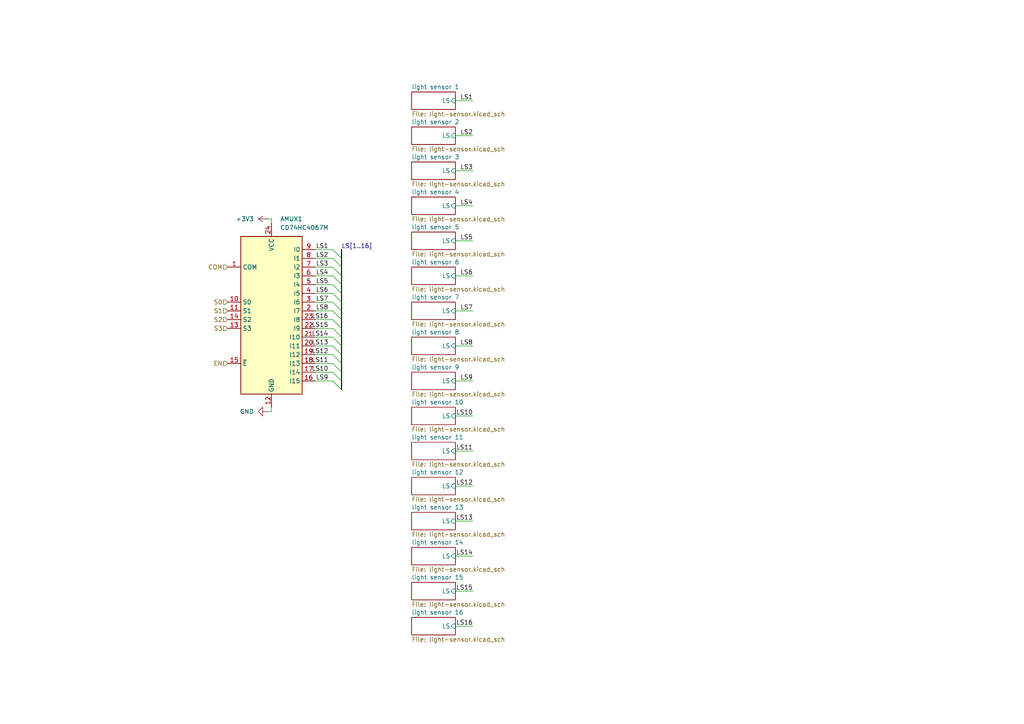
<source format=kicad_sch>
(kicad_sch (version 20231120) (generator "eeschema") (generator_version "8.0")
  (paper "A4")
  (lib_symbols
    (symbol "74xx:CD74HC4067M"
      (property "Reference" "U" (at -8.89 22.86 0))
      (property "Value" "CD74HC4067M" (at 1.27 22.86 0))
      (symbol "CD74HC4067M_0_1"
        (rectangle (start -8.89 21.59) (end 8.89 -24.13) (stroke (width 0.254)) (fill (type background)))
      )
      (symbol "CD74HC4067M_1_1"
        (pin passive line (at -12.7 12.7 0) (length 3.81) (name "COM") (number "1"))
        (pin input line (at -12.7 2.54 0) (length 3.81) (name "S0") (number "10"))
        (pin input line (at -12.7 0 0) (length 3.81) (name "S1") (number "11"))
        (pin power_in line (at 0 -27.94 90) (length 3.81) (name "GND") (number "12"))
        (pin input line (at -12.7 -5.08 0) (length 3.81) (name "S3") (number "13"))
        (pin input line (at -12.7 -2.54 0) (length 3.81) (name "S2") (number "14"))
        (pin input line (at -12.7 -15.24 0) (length 3.81) (name "~{E}") (number "15"))
        (pin passive line (at 12.7 -20.32 180) (length 3.81) (name "I15") (number "16"))
        (pin passive line (at 12.7 -17.78 180) (length 3.81) (name "I14") (number "17"))
        (pin passive line (at 12.7 -15.24 180) (length 3.81) (name "I13") (number "18"))
        (pin passive line (at 12.7 -12.7 180) (length 3.81) (name "I12") (number "19"))
        (pin passive line (at 12.7 0 180) (length 3.81) (name "I7") (number "2"))
        (pin passive line (at 12.7 -10.16 180) (length 3.81) (name "I11") (number "20"))
        (pin passive line (at 12.7 -7.62 180) (length 3.81) (name "I10") (number "21"))
        (pin passive line (at 12.7 -5.08 180) (length 3.81) (name "I9") (number "22"))
        (pin passive line (at 12.7 -2.54 180) (length 3.81) (name "I8") (number "23"))
        (pin power_in line (at 0 25.4 270) (length 3.81) (name "VCC") (number "24"))
        (pin passive line (at 12.7 2.54 180) (length 3.81) (name "I6") (number "3"))
        (pin passive line (at 12.7 5.08 180) (length 3.81) (name "I5") (number "4"))
        (pin passive line (at 12.7 7.62 180) (length 3.81) (name "I4") (number "5"))
        (pin passive line (at 12.7 10.16 180) (length 3.81) (name "I3") (number "6"))
        (pin passive line (at 12.7 12.7 180) (length 3.81) (name "I2") (number "7"))
        (pin passive line (at 12.7 15.24 180) (length 3.81) (name "I1") (number "8"))
        (pin passive line (at 12.7 17.78 180) (length 3.81) (name "I0") (number "9"))
      )
    )
    (symbol "power:+3.3V" (power) (pin_numbers hide) (pin_names (offset 0) hide)
      (property "Value" "+3.3V" (at 0 3.556 0))
      (symbol "+3.3V_0_1"
        (polyline (pts (xy -0.762 1.27) (xy 0 2.54)))
        (polyline (pts (xy 0 0) (xy 0 2.54)))
        (polyline (pts (xy 0 2.54) (xy 0.762 1.27)))
      )
      (symbol "+3.3V_1_1"
        (pin power_in line (at 0 0 90) (length 0) (name "~") (number "1"))
      )
    )
    (symbol "power:GND" (power) (pin_numbers hide) (pin_names (offset 0) hide)
      (property "Value" "GND" (at 0 -3.81 0))
      (symbol "GND_0_1"
        (polyline (pts (xy 0 0) (xy 0 -1.27) (xy 1.27 -1.27) (xy 0 -2.54) (xy -1.27 -1.27) (xy 0 -1.27)))
      )
      (symbol "GND_1_1"
        (pin power_in line (at 0 0 270) (length 0) (name "~") (number "1"))
      )
    )
  )
  (bus_entry (at 96.52 102.87) (size 2.54 2.54))
  (bus_entry (at 96.52 105.41) (size 2.54 2.54))
  (bus_entry (at 96.52 110.49) (size 2.54 2.54))
  (bus_entry (at 96.52 97.79) (size 2.54 2.54))
  (bus_entry (at 96.52 92.71) (size 2.54 2.54))
  (bus_entry (at 96.52 74.93) (size 2.54 2.54))
  (bus_entry (at 96.52 82.55) (size 2.54 2.54))
  (bus_entry (at 96.52 72.39) (size 2.54 2.54))
  (bus_entry (at 96.52 85.09) (size 2.54 2.54))
  (bus_entry (at 96.52 80.01) (size 2.54 2.54))
  (bus_entry (at 96.52 107.95) (size 2.54 2.54))
  (bus_entry (at 96.52 100.33) (size 2.54 2.54))
  (bus_entry (at 96.52 95.25) (size 2.54 2.54))
  (bus_entry (at 96.52 77.47) (size 2.54 2.54))
  (bus_entry (at 96.52 87.63) (size 2.54 2.54))
  (bus_entry (at 96.52 90.17) (size 2.54 2.54))
  (bus (pts (xy 99.06 97.79) (xy 99.06 100.33)))
  (bus (pts (xy 99.06 102.87) (xy 99.06 105.41)))
  (wire (pts (xy 91.44 95.25) (xy 96.52 95.25)))
  (bus (pts (xy 99.06 100.33) (xy 99.06 102.87)))
  (wire (pts (xy 132.08 69.85) (xy 137.16 69.85)))
  (wire (pts (xy 132.08 90.17) (xy 137.16 90.17)))
  (wire (pts (xy 132.08 29.21) (xy 137.16 29.21)))
  (wire (pts (xy 132.08 171.45) (xy 137.16 171.45)))
  (wire (pts (xy 91.44 102.87) (xy 96.52 102.87)))
  (wire (pts (xy 132.08 110.49) (xy 137.16 110.49)))
  (wire (pts (xy 91.44 92.71) (xy 96.52 92.71)))
  (wire (pts (xy 91.44 100.33) (xy 96.52 100.33)))
  (bus (pts (xy 99.06 95.25) (xy 99.06 97.79)))
  (wire (pts (xy 132.08 49.53) (xy 137.16 49.53)))
  (bus (pts (xy 99.06 87.63) (xy 99.06 90.17)))
  (wire (pts (xy 91.44 85.09) (xy 96.52 85.09)))
  (wire (pts (xy 91.44 77.47) (xy 96.52 77.47)))
  (bus (pts (xy 99.06 107.95) (xy 99.06 110.49)))
  (wire (pts (xy 78.74 119.38) (xy 78.74 118.11)))
  (bus (pts (xy 99.06 105.41) (xy 99.06 107.95)))
  (wire (pts (xy 132.08 130.81) (xy 137.16 130.81)))
  (wire (pts (xy 132.08 151.13) (xy 137.16 151.13)))
  (bus (pts (xy 99.06 72.39) (xy 99.06 74.93)))
  (bus (pts (xy 99.06 80.01) (xy 99.06 82.55)))
  (wire (pts (xy 132.08 80.01) (xy 137.16 80.01)))
  (wire (pts (xy 132.08 59.69) (xy 137.16 59.69)))
  (bus (pts (xy 99.06 77.47) (xy 99.06 80.01)))
  (wire (pts (xy 91.44 97.79) (xy 96.52 97.79)))
  (wire (pts (xy 132.08 181.61) (xy 137.16 181.61)))
  (bus (pts (xy 99.06 85.09) (xy 99.06 87.63)))
  (wire (pts (xy 91.44 110.49) (xy 96.52 110.49)))
  (wire (pts (xy 132.08 100.33) (xy 137.16 100.33)))
  (bus (pts (xy 99.06 90.17) (xy 99.06 92.71)))
  (wire (pts (xy 91.44 87.63) (xy 96.52 87.63)))
  (wire (pts (xy 91.44 90.17) (xy 96.52 90.17)))
  (wire (pts (xy 78.74 63.5) (xy 78.74 64.77)))
  (wire (pts (xy 132.08 140.97) (xy 137.16 140.97)))
  (bus (pts (xy 99.06 110.49) (xy 99.06 113.03)))
  (wire (pts (xy 91.44 72.39) (xy 96.52 72.39)))
  (bus (pts (xy 99.06 82.55) (xy 99.06 85.09)))
  (bus (pts (xy 99.06 92.71) (xy 99.06 95.25)))
  (wire (pts (xy 91.44 107.95) (xy 96.52 107.95)))
  (wire (pts (xy 132.08 120.65) (xy 137.16 120.65)))
  (wire (pts (xy 132.08 161.29) (xy 137.16 161.29)))
  (wire (pts (xy 91.44 74.93) (xy 96.52 74.93)))
  (wire (pts (xy 77.47 119.38) (xy 78.74 119.38)))
  (wire (pts (xy 132.08 39.37) (xy 137.16 39.37)))
  (bus (pts (xy 99.06 74.93) (xy 99.06 77.47)))
  (wire (pts (xy 91.44 82.55) (xy 96.52 82.55)))
  (wire (pts (xy 77.47 63.5) (xy 78.74 63.5)))
  (wire (pts (xy 91.44 80.01) (xy 96.52 80.01)))
  (wire (pts (xy 91.44 105.41) (xy 96.52 105.41)))
  (label "LS3" (at 137.16 49.53 180))
  (label "LS[1..16]" (at 99.06 72.39 0))
  (label "LS13" (at 95.25 100.33 180))
  (label "LS6" (at 137.16 80.01 180))
  (label "LS8" (at 137.16 100.33 180))
  (label "LS2" (at 95.25 74.93 180))
  (label "LS12" (at 137.16 140.97 180))
  (label "LS14" (at 137.16 161.29 180))
  (label "LS8" (at 95.25 90.17 180))
  (label "LS4" (at 95.25 80.01 180))
  (label "LS11" (at 137.16 130.81 180))
  (label "LS5" (at 95.25 82.55 180))
  (label "LS10" (at 137.16 120.65 180))
  (label "LS1" (at 137.16 29.21 180))
  (label "LS10" (at 95.25 107.95 180))
  (label "LS7" (at 95.25 87.63 180))
  (label "LS4" (at 137.16 59.69 180))
  (label "LS3" (at 95.25 77.47 180))
  (label "LS9" (at 137.16 110.49 180))
  (label "LS7" (at 137.16 90.17 180))
  (label "LS9" (at 95.25 110.49 180))
  (label "LS16" (at 137.16 181.61 180))
  (label "LS15" (at 95.25 95.25 180))
  (label "LS2" (at 137.16 39.37 180))
  (label "LS1" (at 95.25 72.39 180))
  (label "LS14" (at 95.25 97.79 180))
  (label "LS12" (at 95.25 102.87 180))
  (label "LS16" (at 95.25 92.71 180))
  (label "LS11" (at 95.25 105.41 180))
  (label "LS15" (at 137.16 171.45 180))
  (label "LS13" (at 137.16 151.13 180))
  (label "LS5" (at 137.16 69.85 180))
  (label "LS6" (at 95.25 85.09 180))
  (hierarchical_label "S3" (shape input) (at 66.04 95.25 180))
  (hierarchical_label "S2" (shape input) (at 66.04 92.71 180))
  (hierarchical_label "COM" (shape input) (at 66.04 77.47 180))
  (hierarchical_label "EN" (shape input) (at 66.04 105.41 180))
  (hierarchical_label "S0" (shape input) (at 66.04 87.63 180))
  (hierarchical_label "S1" (shape input) (at 66.04 90.17 180))
  (symbol (lib_id "power:+3.3V") (at 77.47 63.5 90) (unit 1)
    (property "Reference" "#PWR079" (effects (hide yes)))
    (property "Value" "+3V3" (at 73.66 63.4999 90) (effects (justify left)))
    (property "Description" "Power symbol creates a global label with name \"+3.3V\"" (effects (hide yes)))
  )
  (symbol (lib_id "74xx:CD74HC4067M") (at 78.74 90.17 0) (unit 1)
    (property "Reference" "AMUX1" (at 81.242 63.5 0) (effects (justify left)))
    (property "Value" "CD74HC4067M" (at 81.242 66.04 0) (effects (justify left)))
    (property "Footprint" "Package_SO:SOIC-24W_7.5x15.4mm_P1.27mm" (effects (hide yes)))
    (property "Datasheet" "http://www.ti.com/lit/ds/symlink/cd74hc4067.pdf" (effects (hide yes)))
    (property "Description" "High-Speed CMOS Logic 16-Channel Analog Multiplexer/Demultiplexer, SOIC-24" (effects (hide yes)))
  )
  (symbol (lib_id "power:GND") (at 77.47 119.38 270) (unit 1)
    (property "Reference" "#PWR080" (effects (hide yes)))
    (property "Value" "GND" (at 73.66 119.3799 90) (effects (justify right)))
    (property "Description" "Power symbol creates a global label with name \"GND\" , ground" (effects (hide yes)))
  )
  (sheet (at 119.38 26.67) (size 12.7 5.08) (stroke (width 0.1524))
    (property "Sheetname" "light sensor 1" (at 119.38 25.9584 0) (effects (justify left bottom)))
    (property "Sheetfile" "light-sensor.kicad_sch" (at 119.38 32.3346 0) (effects (justify left top)))
    (pin "LS" input (at 132.08 29.21 0))
  )
  (sheet (at 119.38 77.47) (size 12.7 5.08) (stroke (width 0.1524))
    (property "Sheetname" "light sensor 6" (at 119.38 76.7584 0) (effects (justify left bottom)))
    (property "Sheetfile" "light-sensor.kicad_sch" (at 119.38 83.1346 0) (effects (justify left top)))
    (pin "LS" input (at 132.08 80.01 0))
  )
  (sheet (at 119.38 179.07) (size 12.7 5.08) (stroke (width 0.1524))
    (property "Sheetname" "light sensor 16" (at 119.38 178.3584 0) (effects (justify left bottom)))
    (property "Sheetfile" "light-sensor.kicad_sch" (at 119.38 184.7346 0) (effects (justify left top)))
    (pin "LS" input (at 132.08 181.61 0))
  )
  (sheet (at 119.38 118.11) (size 12.7 5.08) (stroke (width 0.1524))
    (property "Sheetname" "light sensor 10" (at 119.38 117.3984 0) (effects (justify left bottom)))
    (property "Sheetfile" "light-sensor.kicad_sch" (at 119.38 123.7746 0) (effects (justify left top)))
    (pin "LS" input (at 132.08 120.65 0))
  )
  (sheet (at 119.38 97.79) (size 12.7 5.08) (stroke (width 0.1524))
    (property "Sheetname" "light sensor 8" (at 119.38 97.0784 0) (effects (justify left bottom)))
    (property "Sheetfile" "light-sensor.kicad_sch" (at 119.38 103.4546 0) (effects (justify left top)))
    (pin "LS" input (at 132.08 100.33 0))
  )
  (sheet (at 119.38 168.91) (size 12.7 5.08) (stroke (width 0.1524))
    (property "Sheetname" "light sensor 15" (at 119.38 168.1984 0) (effects (justify left bottom)))
    (property "Sheetfile" "light-sensor.kicad_sch" (at 119.38 174.5746 0) (effects (justify left top)))
    (pin "LS" input (at 132.08 171.45 0))
  )
  (sheet (at 119.38 148.59) (size 12.7 5.08) (stroke (width 0.1524))
    (property "Sheetname" "light sensor 13" (at 119.38 147.8784 0) (effects (justify left bottom)))
    (property "Sheetfile" "light-sensor.kicad_sch" (at 119.38 154.2546 0) (effects (justify left top)))
    (pin "LS" input (at 132.08 151.13 0))
  )
  (sheet (at 119.38 87.63) (size 12.7 5.08) (stroke (width 0.1524))
    (property "Sheetname" "light sensor 7" (at 119.38 86.9184 0) (effects (justify left bottom)))
    (property "Sheetfile" "light-sensor.kicad_sch" (at 119.38 93.2946 0) (effects (justify left top)))
    (pin "LS" input (at 132.08 90.17 0))
  )
  (sheet (at 119.38 46.99) (size 12.7 5.08) (stroke (width 0.1524))
    (property "Sheetname" "light sensor 3" (at 119.38 46.2784 0) (effects (justify left bottom)))
    (property "Sheetfile" "light-sensor.kicad_sch" (at 119.38 52.6546 0) (effects (justify left top)))
    (pin "LS" input (at 132.08 49.53 0))
  )
  (sheet (at 119.38 67.31) (size 12.7 5.08) (stroke (width 0.1524))
    (property "Sheetname" "light sensor 5" (at 119.38 66.5984 0) (effects (justify left bottom)))
    (property "Sheetfile" "light-sensor.kicad_sch" (at 119.38 72.9746 0) (effects (justify left top)))
    (pin "LS" input (at 132.08 69.85 0))
  )
  (sheet (at 119.38 107.95) (size 12.7 5.08) (stroke (width 0.1524))
    (property "Sheetname" "light sensor 9" (at 119.38 107.2384 0) (effects (justify left bottom)))
    (property "Sheetfile" "light-sensor.kicad_sch" (at 119.38 113.6146 0) (effects (justify left top)))
    (pin "LS" input (at 132.08 110.49 0))
  )
  (sheet (at 119.38 128.27) (size 12.7 5.08) (stroke (width 0.1524))
    (property "Sheetname" "light sensor 11" (at 119.38 127.5584 0) (effects (justify left bottom)))
    (property "Sheetfile" "light-sensor.kicad_sch" (at 119.38 133.9346 0) (effects (justify left top)))
    (pin "LS" input (at 132.08 130.81 0))
  )
  (sheet (at 119.38 57.15) (size 12.7 5.08) (stroke (width 0.1524))
    (property "Sheetname" "light sensor 4" (at 119.38 56.4384 0) (effects (justify left bottom)))
    (property "Sheetfile" "light-sensor.kicad_sch" (at 119.38 62.8146 0) (effects (justify left top)))
    (pin "LS" input (at 132.08 59.69 0))
  )
  (sheet (at 119.38 158.75) (size 12.7 5.08) (stroke (width 0.1524))
    (property "Sheetname" "light sensor 14" (at 119.38 158.0384 0) (effects (justify left bottom)))
    (property "Sheetfile" "light-sensor.kicad_sch" (at 119.38 164.4146 0) (effects (justify left top)))
    (pin "LS" input (at 132.08 161.29 0))
  )
  (sheet (at 119.38 138.43) (size 12.7 5.08) (stroke (width 0.1524))
    (property "Sheetname" "light sensor 12" (at 119.38 137.7184 0) (effects (justify left bottom)))
    (property "Sheetfile" "light-sensor.kicad_sch" (at 119.38 144.0946 0) (effects (justify left top)))
    (pin "LS" input (at 132.08 140.97 0))
  )
  (sheet (at 119.38 36.83) (size 12.7 5.08) (stroke (width 0.1524))
    (property "Sheetname" "light sensor 2" (at 119.38 36.1184 0) (effects (justify left bottom)))
    (property "Sheetfile" "light-sensor.kicad_sch" (at 119.38 42.4946 0) (effects (justify left top)))
    (pin "LS" input (at 132.08 39.37 0))
  )
)
</source>
